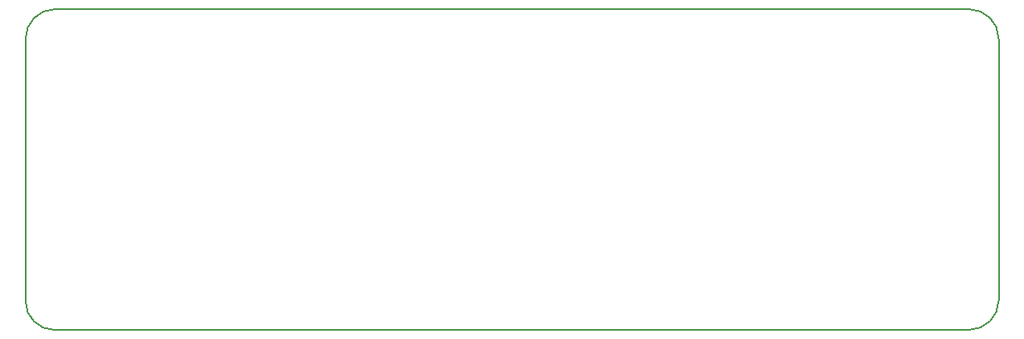
<source format=gbr>
%TF.GenerationSoftware,Altium Limited,Altium Designer,23.0.1 (38)*%
G04 Layer_Color=16711935*
%FSLAX45Y45*%
%MOMM*%
%TF.SameCoordinates,3EE063B3-4F93-4FDD-BE50-ED7C6B7A8C7B*%
%TF.FilePolarity,Positive*%
%TF.FileFunction,Keep-out,Top*%
%TF.Part,Single*%
G01*
G75*
%TA.AperFunction,NonConductor*%
%ADD119C,0.20320*%
D119*
X-303819Y-11328D02*
G03*
X-10434Y-304713I293386J0D01*
G01*
X9625547Y2667088D02*
G03*
X9320747Y2971888I-304800J0D01*
G01*
X-1053D02*
G03*
X-305853Y2667088I0J-304800D01*
G01*
X9320747Y-304712D02*
G03*
X9625547Y88I0J304800D01*
G01*
X-305853Y2667088D02*
X-303819Y-11328D01*
X-10434Y-304713D02*
X9320747Y-304712D01*
X9625547Y88D02*
Y2667088D01*
X-1053Y2971888D02*
X9320747D01*
%TF.MD5,af8a65ddc42191b70e5f499a29404527*%
M02*

</source>
